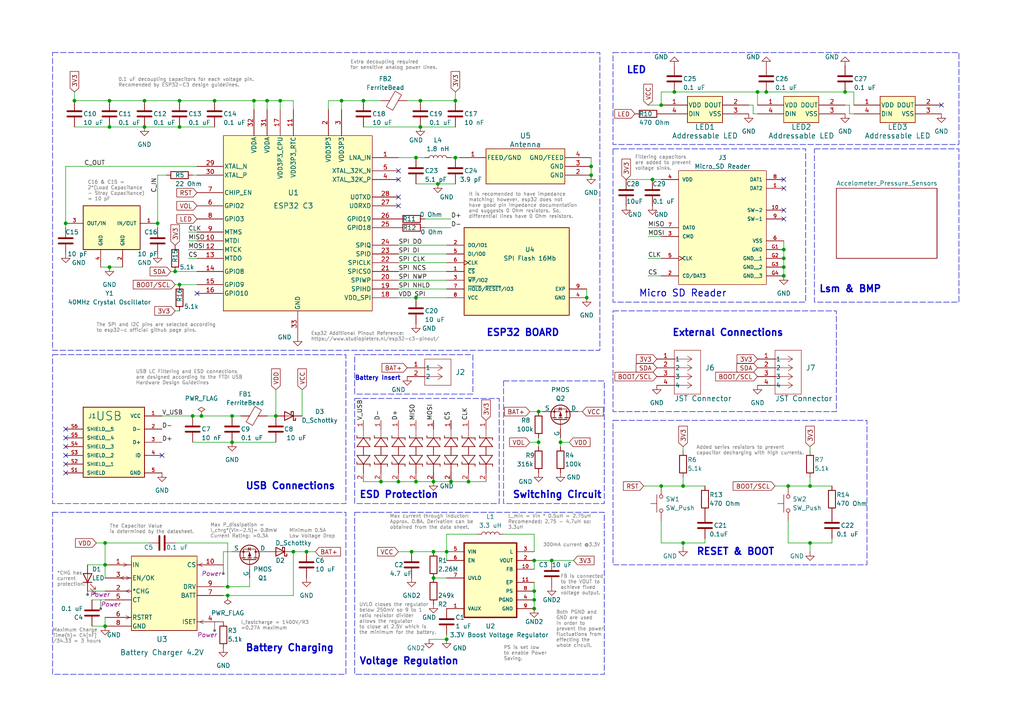
<source format=kicad_sch>
(kicad_sch (version 20230121) (generator eeschema)
  (paper "A4")
  (title_block (title "Custom Esp32 Board") (date "2023-12-10") (rev "v1") (company "Olin Rocketry - Ertug Umsur") (comment 1 "4.2V battery charging circuit and USB micro b connection.") (comment 2 "An Esp32 board with external 16Mb flash memory, 5V-12V to 3.3V buck/boost converter, "))
  (junction (at 228.6 140.97))
  (junction (at 171.45 50.8))
  (junction (at 125.73 167.64))
  (junction (at 219.71 26.67))
  (junction (at 67.31 128.27))
  (junction (at 191.77 140.97))
  (junction (at 135.89 139.7))
  (junction (at 129.54 160.02))
  (junction (at 67.31 120.65))
  (junction (at 105.41 29.21))
  (junction (at 30.48 163.83))
  (junction (at 227.33 77.47))
  (junction (at 88.9 160.02))
  (junction (at 66.04 170.18))
  (junction (at 81.28 29.21))
  (junction (at 132.08 29.21))
  (junction (at 234.95 157.48))
  (junction (at 154.94 173.99))
  (junction (at 132.08 45.72))
  (junction (at 30.48 157.48))
  (junction (at 156.21 128.27))
  (junction (at 120.65 139.7))
  (junction (at 121.92 29.21))
  (junction (at 31.75 77.47))
  (junction (at 55.88 120.65))
  (junction (at 66.04 172.72))
  (junction (at 234.95 140.97))
  (junction (at 198.12 140.97))
  (junction (at 227.33 80.01))
  (junction (at 125.73 139.7))
  (junction (at 245.11 26.67))
  (junction (at 62.23 29.21))
  (junction (at 41.91 36.83))
  (junction (at 31.75 29.21))
  (junction (at 127 53.34))
  (junction (at 58.42 120.65))
  (junction (at 222.25 26.67))
  (junction (at 115.57 139.7))
  (junction (at 156.21 119.38))
  (junction (at 52.07 36.83))
  (junction (at 19.05 64.77))
  (junction (at 154.94 176.53))
  (junction (at 110.49 139.7))
  (junction (at 162.56 128.27))
  (junction (at 30.48 181.61))
  (junction (at 191.77 30.48))
  (junction (at 80.01 120.65))
  (junction (at 21.59 29.21))
  (junction (at 50.8 78.74))
  (junction (at 227.33 72.39))
  (junction (at 52.07 82.55))
  (junction (at 41.91 29.21))
  (junction (at 120.65 45.72))
  (junction (at 45.72 64.77))
  (junction (at 170.18 86.36))
  (junction (at 31.75 36.83))
  (junction (at 120.65 86.36))
  (junction (at 189.23 52.07))
  (junction (at 171.45 48.26))
  (junction (at 129.54 185.42))
  (junction (at 99.06 29.21))
  (junction (at 85.09 160.02))
  (junction (at 125.73 160.02))
  (junction (at 130.81 139.7))
  (junction (at 119.38 160.02))
  (junction (at 160.02 162.56))
  (junction (at 195.58 26.67))
  (junction (at 52.07 29.21))
  (junction (at 198.12 157.48))
  (junction (at 154.94 171.45))
  (junction (at 154.94 162.56))
  (junction (at 77.47 29.21))
  (junction (at 121.92 36.83))
  (junction (at 73.66 29.21))
  (junction (at 227.33 74.93))
  (no_connect (at 115.57 57.15))
  (no_connect (at 19.05 137.16))
  (no_connect (at 19.05 129.54))
  (no_connect (at 19.05 134.62))
  (no_connect (at 227.33 52.07))
  (no_connect (at 115.57 52.07))
  (no_connect (at 19.05 127))
  (no_connect (at 19.05 132.08))
  (no_connect (at 227.33 60.96))
  (no_connect (at 57.15 85.09))
  (no_connect (at 46.99 132.08))
  (no_connect (at 115.57 49.53))
  (no_connect (at 227.33 63.5))
  (no_connect (at 115.57 59.69))
  (no_connect (at 19.05 124.46))
  (no_connect (at 273.05 30.48))
  (no_connect (at 227.33 54.61))
  (wire (pts (xy 217.17 30.48) (xy 218.44 30.48)))
  (wire (pts (xy 105.41 139.7) (xy 110.49 139.7)))
  (wire (pts (xy 77.47 29.21) (xy 81.28 29.21)))
  (wire (pts (xy 127 53.34) (xy 132.08 53.34)))
  (wire (pts (xy 195.58 26.67) (xy 219.71 26.67)))
  (wire (pts (xy 119.38 160.02) (xy 125.73 160.02)))
  (wire (pts (xy 245.11 26.67) (xy 247.65 26.67)))
  (wire (pts (xy 115.57 81.28) (xy 129.54 81.28)))
  (wire (pts (xy 58.42 120.65) (xy 67.31 120.65)))
  (wire (pts (xy 105.41 29.21) (xy 99.06 29.21)))
  (wire (pts (xy 120.65 86.36) (xy 129.54 86.36)))
  (wire (pts (xy 153.67 119.38) (xy 156.21 119.38)))
  (wire (pts (xy 218.44 33.02) (xy 219.71 33.02)))
  (wire (pts (xy 50.8 157.48) (xy 66.04 157.48)))
  (wire (pts (xy 49.53 78.74) (xy 50.8 78.74)))
  (wire (pts (xy 156.21 119.38) (xy 157.48 119.38)))
  (wire (pts (xy 198.12 157.48) (xy 191.77 157.48)))
  (wire (pts (xy 64.77 163.83) (xy 64.77 160.02)))
  (wire (pts (xy 115.57 160.02) (xy 119.38 160.02)))
  (wire (pts (xy 54.61 69.85) (xy 57.15 69.85)))
  (wire (pts (xy 129.54 154.94) (xy 138.43 154.94)))
  (wire (pts (xy 21.59 29.21) (xy 31.75 29.21)))
  (wire (pts (xy 95.25 31.75) (xy 95.25 29.21)))
  (wire (pts (xy 227.33 72.39) (xy 227.33 74.93)))
  (wire (pts (xy 130.81 45.72) (xy 132.08 45.72)))
  (wire (pts (xy 154.94 171.45) (xy 154.94 173.99)))
  (wire (pts (xy 66.04 172.72) (xy 85.09 172.72)))
  (wire (pts (xy 121.92 29.21) (xy 132.08 29.21)))
  (wire (pts (xy 67.31 128.27) (xy 80.01 128.27)))
  (wire (pts (xy 120.65 45.72) (xy 123.19 45.72)))
  (wire (pts (xy 162.56 127) (xy 162.56 128.27)))
  (wire (pts (xy 110.49 139.7) (xy 115.57 139.7)))
  (wire (pts (xy 187.96 80.01) (xy 191.77 80.01)))
  (wire (pts (xy 129.54 160.02) (xy 129.54 162.56)))
  (wire (pts (xy 118.11 29.21) (xy 121.92 29.21)))
  (wire (pts (xy 21.59 26.67) (xy 21.59 29.21)))
  (wire (pts (xy 130.81 139.7) (xy 135.89 139.7)))
  (wire (pts (xy 85.09 172.72) (xy 85.09 160.02)))
  (wire (pts (xy 62.23 29.21) (xy 73.66 29.21)))
  (wire (pts (xy 219.71 26.67) (xy 222.25 26.67)))
  (wire (pts (xy 46.99 120.65) (xy 55.88 120.65)))
  (wire (pts (xy 52.07 82.55) (xy 57.15 82.55)))
  (wire (pts (xy 241.3 157.48) (xy 234.95 157.48)))
  (wire (pts (xy 204.47 157.48) (xy 198.12 157.48)))
  (wire (pts (xy 85.09 31.75) (xy 85.09 29.21)))
  (wire (pts (xy 99.06 29.21) (xy 99.06 31.75)))
  (wire (pts (xy 27.94 157.48) (xy 30.48 157.48)))
  (wire (pts (xy 198.12 158.75) (xy 198.12 157.48)))
  (wire (pts (xy 67.31 120.65) (xy 69.85 120.65)))
  (wire (pts (xy 227.33 74.93) (xy 227.33 77.47)))
  (wire (pts (xy 25.4 171.45) (xy 30.48 171.45)))
  (wire (pts (xy 187.96 74.93) (xy 191.77 74.93)))
  (wire (pts (xy 191.77 30.48) (xy 191.77 26.67)))
  (wire (pts (xy 123.19 66.04) (xy 130.81 66.04)))
  (wire (pts (xy 19.05 48.26) (xy 19.05 64.77)))
  (wire (pts (xy 125.73 139.7) (xy 130.81 139.7)))
  (wire (pts (xy 162.56 128.27) (xy 162.56 129.54)))
  (wire (pts (xy 66.04 170.18) (xy 64.77 170.18)))
  (wire (pts (xy 19.05 64.77) (xy 19.05 66.04)))
  (wire (pts (xy 187.96 30.48) (xy 191.77 30.48)))
  (wire (pts (xy 30.48 157.48) (xy 43.18 157.48)))
  (wire (pts (xy 55.88 128.27) (xy 67.31 128.27)))
  (wire (pts (xy 115.57 73.66) (xy 129.54 73.66)))
  (wire (pts (xy 52.07 29.21) (xy 62.23 29.21)))
  (wire (pts (xy 125.73 160.02) (xy 129.54 160.02)))
  (wire (pts (xy 64.77 160.02) (xy 67.31 160.02)))
  (wire (pts (xy 52.07 36.83) (xy 62.23 36.83)))
  (wire (pts (xy 154.94 168.91) (xy 154.94 171.45)))
  (wire (pts (xy 186.69 140.97) (xy 191.77 140.97)))
  (wire (pts (xy 234.95 157.48) (xy 228.6 157.48)))
  (wire (pts (xy 26.67 181.61) (xy 30.48 181.61)))
  (wire (pts (xy 21.59 36.83) (xy 31.75 36.83)))
  (wire (pts (xy 105.41 36.83) (xy 121.92 36.83)))
  (wire (pts (xy 31.75 77.47) (xy 29.21 77.47)))
  (wire (pts (xy 121.92 36.83) (xy 132.08 36.83)))
  (wire (pts (xy 246.38 33.02) (xy 247.65 33.02)))
  (wire (pts (xy 228.6 140.97) (xy 234.95 140.97)))
  (wire (pts (xy 48.26 50.8) (xy 45.72 50.8)))
  (wire (pts (xy 45.72 64.77) (xy 45.72 66.04)))
  (wire (pts (xy 77.47 120.65) (xy 80.01 120.65)))
  (wire (pts (xy 30.48 179.07) (xy 30.48 181.61)))
  (wire (pts (xy 81.28 31.75) (xy 81.28 29.21)))
  (wire (pts (xy 77.47 31.75) (xy 77.47 29.21)))
  (wire (pts (xy 245.11 30.48) (xy 246.38 30.48)))
  (wire (pts (xy 120.65 53.34) (xy 127 53.34)))
  (wire (pts (xy 154.94 154.94) (xy 154.94 160.02)))
  (wire (pts (xy 234.95 140.97) (xy 241.3 140.97)))
  (wire (pts (xy 135.89 139.7) (xy 140.97 139.7)))
  (wire (pts (xy 125.73 167.64) (xy 129.54 167.64)))
  (wire (pts (xy 115.57 45.72) (xy 120.65 45.72)))
  (wire (pts (xy 224.79 140.97) (xy 228.6 140.97)))
  (wire (pts (xy 154.94 173.99) (xy 154.94 176.53)))
  (wire (pts (xy 115.57 86.36) (xy 120.65 86.36)))
  (wire (pts (xy 171.45 45.72) (xy 171.45 48.26)))
  (wire (pts (xy 31.75 36.83) (xy 41.91 36.83)))
  (wire (pts (xy 115.57 71.12) (xy 129.54 71.12)))
  (wire (pts (xy 156.21 128.27) (xy 156.21 129.54)))
  (wire (pts (xy 41.91 36.83) (xy 52.07 36.83)))
  (wire (pts (xy 120.65 139.7) (xy 125.73 139.7)))
  (wire (pts (xy 73.66 31.75) (xy 73.66 29.21)))
  (wire (pts (xy 218.44 30.48) (xy 218.44 33.02)))
  (wire (pts (xy 153.67 128.27) (xy 156.21 128.27)))
  (wire (pts (xy 234.95 129.54) (xy 234.95 130.81)))
  (wire (pts (xy 129.54 160.02) (xy 129.54 154.94)))
  (wire (pts (xy 129.54 185.42) (xy 129.54 184.15)))
  (wire (pts (xy 162.56 128.27) (xy 165.1 128.27)))
  (wire (pts (xy 81.28 29.21) (xy 85.09 29.21)))
  (wire (pts (xy 154.94 162.56) (xy 160.02 162.56)))
  (wire (pts (xy 50.8 82.55) (xy 52.07 82.55)))
  (wire (pts (xy 219.71 26.67) (xy 219.71 30.48)))
  (wire (pts (xy 30.48 163.83) (xy 30.48 167.64)))
  (wire (pts (xy 54.61 67.31) (xy 57.15 67.31)))
  (wire (pts (xy 146.05 154.94) (xy 154.94 154.94)))
  (wire (pts (xy 41.91 29.21) (xy 52.07 29.21)))
  (wire (pts (xy 187.96 68.58) (xy 191.77 68.58)))
  (wire (pts (xy 198.12 140.97) (xy 204.47 140.97)))
  (wire (pts (xy 241.3 156.21) (xy 241.3 157.48)))
  (wire (pts (xy 115.57 78.74) (xy 129.54 78.74)))
  (wire (pts (xy 55.88 120.65) (xy 58.42 120.65)))
  (wire (pts (xy 228.6 157.48) (xy 228.6 151.13)))
  (wire (pts (xy 181.61 52.07) (xy 189.23 52.07)))
  (wire (pts (xy 171.45 48.26) (xy 171.45 50.8)))
  (wire (pts (xy 30.48 157.48) (xy 30.48 163.83)))
  (wire (pts (xy 124.46 185.42) (xy 129.54 185.42)))
  (wire (pts (xy 191.77 151.13) (xy 191.77 157.48)))
  (wire (pts (xy 167.64 119.38) (xy 168.91 119.38)))
  (wire (pts (xy 64.77 172.72) (xy 66.04 172.72)))
  (wire (pts (xy 54.61 74.93) (xy 57.15 74.93)))
  (wire (pts (xy 55.88 50.8) (xy 57.15 50.8)))
  (wire (pts (xy 72.39 167.64) (xy 72.39 170.18)))
  (wire (pts (xy 198.12 138.43) (xy 198.12 140.97)))
  (wire (pts (xy 191.77 140.97) (xy 198.12 140.97)))
  (wire (pts (xy 66.04 157.48) (xy 66.04 170.18)))
  (wire (pts (xy 54.61 72.39) (xy 57.15 72.39)))
  (wire (pts (xy 222.25 26.67) (xy 245.11 26.67)))
  (wire (pts (xy 170.18 83.82) (xy 170.18 86.36)))
  (wire (pts (xy 198.12 129.54) (xy 198.12 130.81)))
  (wire (pts (xy 123.19 63.5) (xy 130.81 63.5)))
  (wire (pts (xy 246.38 30.48) (xy 246.38 33.02)))
  (wire (pts (xy 115.57 139.7) (xy 120.65 139.7)))
  (wire (pts (xy 35.56 77.47) (xy 31.75 77.47)))
  (wire (pts (xy 50.8 90.17) (xy 52.07 90.17)))
  (wire (pts (xy 57.15 48.26) (xy 19.05 48.26)))
  (wire (pts (xy 154.94 162.56) (xy 154.94 165.1)))
  (wire (pts (xy 105.41 29.21) (xy 110.49 29.21)))
  (wire (pts (xy 204.47 156.21) (xy 204.47 157.48)))
  (wire (pts (xy 25.4 163.83) (xy 30.48 163.83)))
  (wire (pts (xy 31.75 29.21) (xy 41.91 29.21)))
  (wire (pts (xy 26.67 173.99) (xy 30.48 173.99)))
  (wire (pts (xy 50.8 78.74) (xy 57.15 78.74)))
  (wire (pts (xy 160.02 162.56) (xy 166.37 162.56)))
  (wire (pts (xy 234.95 138.43) (xy 234.95 140.97)))
  (wire (pts (xy 45.72 50.8) (xy 45.72 64.77)))
  (wire (pts (xy 115.57 76.2) (xy 129.54 76.2)))
  (wire (pts (xy 80.01 113.03) (xy 80.01 120.65)))
  (wire (pts (xy 191.77 26.67) (xy 195.58 26.67)))
  (wire (pts (xy 88.9 160.02) (xy 91.44 160.02)))
  (wire (pts (xy 247.65 26.67) (xy 247.65 30.48)))
  (wire (pts (xy 95.25 29.21) (xy 99.06 29.21)))
  (wire (pts (xy 73.66 29.21) (xy 77.47 29.21)))
  (wire (pts (xy 85.09 160.02) (xy 88.9 160.02)))
  (wire (pts (xy 187.96 66.04) (xy 191.77 66.04)))
  (wire (pts (xy 227.33 77.47) (xy 227.33 80.01)))
  (wire (pts (xy 115.57 83.82) (xy 129.54 83.82)))
  (wire (pts (xy 87.63 113.03) (xy 87.63 120.65)))
  (wire (pts (xy 156.21 127) (xy 156.21 128.27)))
  (wire (pts (xy 132.08 26.67) (xy 132.08 29.21)))
  (wire (pts (xy 227.33 69.85) (xy 227.33 72.39)))
  (wire (pts (xy 234.95 160.02) (xy 234.95 157.48)))
  (wire (pts (xy 72.39 170.18) (xy 66.04 170.18)))
  (wire (pts (xy 189.23 52.07) (xy 191.77 52.07)))
  (wire (pts (xy 133.35 45.72) (xy 132.08 45.72)))
  (rectangle (start 236.22 43.18) (end 278.13 87.63) (stroke (width 0) (type dash)))
  (rectangle (start 15.24 148.59) (end 100.33 195.58) (stroke (width 0) (type dash)))
  (rectangle (start 102.87 115.57) (end 144.78 146.05) (stroke (width 0) (type dash)))
  (rectangle (start 177.8 15.24) (end 278.13 41.91) (stroke (width 0) (type dash)))
  (rectangle (start 15.24 15.24) (end 173.99 101.6) (stroke (width 0) (type dash)))
  (rectangle (start 102.87 148.59) (end 175.26 195.58) (stroke (width 0) (type dash)))
  (rectangle (start 146.05 110.49) (end 175.26 146.05) (stroke (width 0) (type dash)))
  (rectangle (start 177.8 43.18) (end 233.68 87.63) (stroke (width 0) (type dash)))
  (rectangle (start 102.87 102.87) (end 137.16 114.3) (stroke (width 0) (type dash)))
  (rectangle (start 177.8 121.92) (end 251.46 163.83) (stroke (width 0) (type dash)))
  (rectangle (start 177.8 90.17) (end 242.57 119.38) (stroke (width 0) (type dash)))
  (rectangle (start 15.24 102.87) (end 100.33 146.05) (stroke (width 0) (type dash)))
  (text "USB LC Filtering and ESD connections\nare designed according to the FTDI USB \nHardware Design Guidelines" (at 39.37 111.76 0) (effects (font (size 1 1)) (justify left bottom)))
  (text "Battery Charging" (at 71.12 189.23 0) (effects (font (size 2 2) (thickness 0.4) bold) (justify left bottom)))
  (text "FB is connected\nto the VOUT to \nachieve fixed \nvoltage output." (at 162.56 172.72 0) (effects (font (size 1 1)) (justify left bottom)))
  (text "Voltage Regulation" (at 104.14 193.04 0) (effects (font (size 2 2) bold) (justify left bottom)))
  (text "ESP32 BOARD" (at 140.97 97.79 0) (effects (font (size 2 2) bold) (justify left bottom)))
  (text "ESD Protection" (at 104.14 144.78 0) (effects (font (size 2 2) bold) (justify left bottom)))
  (text "Extra decoupling required \nfor sensitive analog power lines." (at 101.6 20.32 0) (effects (font (size 1 1)) (justify left bottom)))
  (text "Max P_dissipation =\nI_chrg*(Vin-2.5)= 0.8mW\nCurrent Rating: >0.3A" (at 60.96 156.21 0) (effects (font (size 1 1)) (justify left bottom)))
  (text "The SPI and I2C pins are selected according\nto esp32-c official github page pins." (at 27.94 96.52 0) (effects (font (size 1 1)) (justify left bottom)))
  (text "Minimum 0.5A\nLow Voltage Drop" (at 83.82 156.21 0) (effects (font (size 1 1)) (justify left bottom)))
  (text "Lsm & BMP" (at 237.49 85.09 0) (effects (font (size 2 2) (thickness 0.4) bold) (justify left bottom)))
  (text "The Capacitor Value \nis determined by the datasheet." (at 31.75 154.94 0) (effects (font (size 1 1)) (justify left bottom)))
  (text "L_min = Vin * 0.5uH = 2.75uH\nRecomended: 2.75 - 4.7uH so:\n3.3uH" (at 147.32 153.67 0) (effects (font (size 1 1)) (justify left bottom)))
  (text "300mA current @3.3V" (at 157.48 158.75 0) (effects (font (size 1 1)) (justify left bottom)))
  (text "UVLO closes the regulator\nbelow 250mV so 9 to 1 \nratio resistor divider \nallows the regulator\nto close at 2.5V which is\nthe minimum for the battery." (at 104.14 184.15 0) (effects (font (size 1 1)) (justify left bottom)))
  (text "Filtering capacitors\nare added to prevent\nvoltage sinks." (at 184.15 49.53 0) (effects (font (size 1 1)) (justify left bottom)))
  (text "Micro SD Reader" (at 210.82 86.36 0) (effects (font (size 2 2) (thickness 0.254) bold) (justify right bottom)))
  (text "I_fastcharge = 1400V/R3\n=0.27A maximum" (at 69.85 182.88 0) (effects (font (size 1 1)) (justify left bottom)))
  (text "Esp32 Additional Pinout Reference:\nhttps://www.studiopieters.nl/esp32-c3-pinout/" (at 90.17 99.06 0) (effects (font (size 1 1)) (justify left bottom)))
  (text "LED" (at 181.61 21.59 0) (effects (font (size 2 2) (thickness 0.4) bold) (justify left bottom)))
  (text "It is recomended to have impedance\nmatching; however, esp32 does not\nhave good pin impedance documentation\nand suggests 0 Ohm resistors. So,\ndifferential lines have 0 Ohm resistors." (at 135.89 63.5 0) (effects (font (size 1 1)) (justify left bottom)))
  (text "Both PGND and \nGND are used \nin order to\nprevent the power\nfluctuations from\neffecting the \nwhole circuit." (at 161.29 187.96 0) (effects (font (size 1 1)) (justify left bottom)))
  (text "RESET & BOOT\n" (at 201.93 161.29 0) (effects (font (size 2 2) bold) (justify left bottom)))
  (text "*CHG has\ncurrent \nprotection." (at 16.51 170.18 0) (effects (font (size 1 1)) (justify left bottom)))
  (text "PS is set low \nto enable Power\nSaving." (at 146.05 191.77 0) (effects (font (size 1 1)) (justify left bottom)))
  (text "External Connections" (at 227.33 97.79 0) (effects (font (size 2 2) bold) (justify right bottom)))
  (text "Max current through inductor: \nApprox. 0.8A. Derivation can be \nobtained from the data sheet." (at 113.03 153.67 0) (effects (font (size 1 1)) (justify left bottom)))
  (text "Battery Insert" (at 102.87 110.49 0) (effects (font (size 1.27 1.27) bold) (justify left bottom)))
  (text "0.1 uF decoupling capacitors for each voltage pin.\nRecomended by ESP32-C3 design guidelines." (at 34.29 25.4 0) (effects (font (size 1 1)) (justify left bottom)))
  (text "USB Connections" (at 71.12 142.24 0) (effects (font (size 2 2) (thickness 0.4) bold) (justify left bottom)))
  (text "C16 & C15 =\n2*(Load Capacitance \n- Stray Capacitance)\n= 10 pF" (at 25.4 58.42 0) (effects (font (size 1 1)) (justify left bottom)))
  (text "Maximum Charge \nTime(h)= C4[nF]\n/34.33 = 3 hours\n" (at 15.24 186.69 0) (effects (font (size 1 1)) (justify left bottom)))
  (text "Switching Circuit" (at 148.59 144.78 0) (effects (font (size 2 2) bold) (justify left bottom)))
  (text "Added series resistors to prevent\ncapacitor decharging with high currents." (at 201.93 132.08 0) (effects (font (size 1 1)) (justify left bottom)))
  (label "C_OUT" (at 30.48 48.26 180))
  (label "D-" (at 110.49 121.92 90))
  (label "SPI DI" (at 115.57 73.66 0))
  (label "D-" (at 130.81 66.04 0))
  (label "VDD SPI" (at 115.57 86.36 0))
  (label "MOSI" (at 187.96 68.58 0))
  (label "SPI NHLD" (at 115.57 83.82 0))
  (label "SPI NWP" (at 115.57 81.28 0))
  (label "SPI CLK" (at 115.57 76.2 0))
  (label "SPI NCS" (at 115.57 78.74 0))
  (label "CLK" (at 54.61 67.31 0))
  (label "CLK" (at 135.89 121.92 90))
  (label "MISO" (at 120.65 121.92 90))
  (label "CS" (at 187.96 80.01 0))
  (label "MOSI" (at 125.73 121.92 90))
  (label "D+" (at 115.57 121.92 90))
  (label "C_IN" (at 45.72 55.88 90))
  (label "D+" (at 130.81 63.5 0))
  (label "D+" (at 46.99 128.27 0))
  (label "V_USB" (at 105.41 121.92 90))
  (label "CS" (at 130.81 121.92 90))
  (label "CS" (at 54.61 74.93 0))
  (label "V_USB" (at 46.99 120.65 0))
  (label "MOSI" (at 54.61 72.39 0))
  (label "CLK" (at 187.96 74.93 0))
  (label "MISO" (at 54.61 69.85 0))
  (label "MISO" (at 187.96 66.04 0))
  (label "D-" (at 46.99 124.46 0))
  (label "SPI DO" (at 115.57 71.12 0))
  (global_label "VCC" (shape input) (at 87.63 113.03 90) (property "Intersheetrefs" "${INTERSHEET_REFS}" (effects hide)))
  (global_label "VCC" (shape input) (at 168.91 119.38 0) (property "Intersheetrefs" "${INTERSHEET_REFS}" (effects hide)))
  (global_label "SDA" (shape input) (at 49.53 78.74 180) (property "Intersheetrefs" "${INTERSHEET_REFS}" (effects hide)))
  (global_label "VDD" (shape input) (at 27.94 157.48 180) (property "Intersheetrefs" "${INTERSHEET_REFS}" (effects hide)))
  (global_label "SDA" (shape input) (at 190.5 106.68 180) (property "Intersheetrefs" "${INTERSHEET_REFS}" (effects hide)))
  (global_label "BOOT{slash}SCL" (shape input) (at 50.8 82.55 180) (property "Intersheetrefs" "${INTERSHEET_REFS}" (effects hide)))
  (global_label "BOOT{slash}SCL" (shape input) (at 224.79 140.97 180) (property "Intersheetrefs" "${INTERSHEET_REFS}" (effects hide)))
  (global_label "LED" (shape input) (at 184.15 33.02 180) (property "Intersheetrefs" "${INTERSHEET_REFS}" (effects hide)))
  (global_label "VOL" (shape input) (at 153.67 128.27 180) (property "Intersheetrefs" "${INTERSHEET_REFS}" (effects hide)))
  (global_label "VDD" (shape input) (at 80.01 113.03 90) (property "Intersheetrefs" "${INTERSHEET_REFS}" (effects hide)))
  (global_label "3V3" (shape input) (at 50.8 90.17 180) (property "Intersheetrefs" "${INTERSHEET_REFS}" (effects hide)))
  (global_label "BOOT{slash}SCL" (shape input) (at 190.5 109.22 180) (property "Intersheetrefs" "${INTERSHEET_REFS}" (effects hide)))
  (global_label "RST" (shape input) (at 186.69 140.97 180) (property "Intersheetrefs" "${INTERSHEET_REFS}" (effects hide)))
  (global_label "3V3" (shape input) (at 190.5 104.14 180) (property "Intersheetrefs" "${INTERSHEET_REFS}" (effects hide)))
  (global_label "3V3" (shape input) (at 234.95 129.54 90) (property "Intersheetrefs" "${INTERSHEET_REFS}" (effects hide)))
  (global_label "BAT+" (shape input) (at 118.11 106.68 180) (property "Intersheetrefs" "${INTERSHEET_REFS}" (effects hide)))
  (global_label "BOOT{slash}SCL" (shape input) (at 219.71 109.22 180) (property "Intersheetrefs" "${INTERSHEET_REFS}" (effects hide)))
  (global_label "3V3" (shape input) (at 166.37 162.56 0) (property "Intersheetrefs" "${INTERSHEET_REFS}" (effects hide)))
  (global_label "3V3" (shape input) (at 198.12 129.54 90) (property "Intersheetrefs" "${INTERSHEET_REFS}" (effects hide)))
  (global_label "BAT+" (shape input) (at 153.67 119.38 180) (property "Intersheetrefs" "${INTERSHEET_REFS}" (effects hide)))
  (global_label "3V3" (shape input) (at 50.8 71.12 90) (property "Intersheetrefs" "${INTERSHEET_REFS}" (effects hide)))
  (global_label "3V3" (shape input) (at 140.97 121.92 90) (property "Intersheetrefs" "${INTERSHEET_REFS}" (effects hide)))
  (global_label "3V3" (shape input) (at 219.71 104.14 180) (property "Intersheetrefs" "${INTERSHEET_REFS}" (effects hide)))
  (global_label "VCC" (shape input) (at 187.96 30.48 90) (property "Intersheetrefs" "${INTERSHEET_REFS}" (effects hide)))
  (global_label "3V3" (shape input) (at 21.59 26.67 90) (property "Intersheetrefs" "${INTERSHEET_REFS}" (effects hide)))
  (global_label "VCC" (shape input) (at 115.57 160.02 180) (property "Intersheetrefs" "${INTERSHEET_REFS}" (effects hide)))
  (global_label "3V3" (shape input) (at 132.08 26.67 90) (property "Intersheetrefs" "${INTERSHEET_REFS}" (effects hide)))
  (global_label "RST" (shape input) (at 57.15 55.88 180) (property "Intersheetrefs" "${INTERSHEET_REFS}" (effects hide)))
  (global_label "LED" (shape input) (at 57.15 63.5 180) (property "Intersheetrefs" "${INTERSHEET_REFS}" (effects hide)))
  (global_label "BAT+" (shape input) (at 91.44 160.02 0) (property "Intersheetrefs" "${INTERSHEET_REFS}" (effects hide)))
  (global_label "VOL" (shape input) (at 57.15 59.69 180) (property "Intersheetrefs" "${INTERSHEET_REFS}" (effects hide)))
  (global_label "3V3" (shape input) (at 181.61 52.07 90) (property "Intersheetrefs" "${INTERSHEET_REFS}" (effects hide)))
  (global_label "VDD" (shape input) (at 165.1 128.27 0) (property "Intersheetrefs" "${INTERSHEET_REFS}" (effects hide)))
  (global_label "SDA" (shape input) (at 219.71 106.68 180) (property "Intersheetrefs" "${INTERSHEET_REFS}" (effects hide)))
  (netclass_flag "" (length 2.54) (shape dot) (at 29.21 173.99 180) (property "Netclass" "Power" (at 29.21 175.26 0) (effects (font italic) (justify left))))
  (netclass_flag "" (length 1) (shape dot) (at 25.4 171.45 180) (property "Netclass" "Power" (at 26.0985 172.45 0) (effects (font italic) (justify left))))
  (netclass_flag "" (length 2.54) (shape dot) (at 62.23 180.34 180) (property "Netclass" "Power" (at 57.15 184.15 0) (effects (font italic) (justify left))))
  (netclass_flag "" (length 2.54) (shape dot) (at 64.77 163.83 180) (property "Netclass" "Power" (at 58.42 166.37 0) (effects (font italic) (justify left))))
  (symbol (lib_id "Device:C") (at 204.47 152.4 0) (unit 1)
    (property "Reference" "C21" (at 207.01 152.4 0) (effects (justify left)))
    (property "Value" "0.1uF" (at 205.74 154.94 0) (effects (justify left)))
    (property "Footprint" "Capacitor_SMD:C_0603_1608Metric_Pad1.08x0.95mm_HandSolder" (effects hide))
  )
  (symbol (lib_id "Device:L") (at 127 45.72 90) (unit 1)
    (property "Reference" "L4" (at 127 40.64 90))
    (property "Value" "1.8 nH" (at 127 43.18 90))
    (property "Footprint" "Inductor_SMD:L_0402_1005Metric_Pad0.77x0.64mm_HandSolder" (effects hide))
  )
  (symbol (lib_id "power:GND") (at 170.18 86.36 0) (unit 1)
    (property "Reference" "#PWR018" (effects hide))
    (property "Value" "GND" (at 170.18 91.44 0))
  )
  (symbol (lib_id "power:GND") (at 67.31 128.27 0) (unit 1)
    (property "Reference" "#PWR011" (effects hide))
    (property "Value" "GND" (at 67.31 133.35 0))
  )
  (symbol (lib_id "ESP_32_Symbol_Library:JST Connector") (at 219.71 104.14 0) (unit 1)
    (property "Reference" "J7" (at 233.68 106.68 0) (effects (font (size 1.524 1.524)) (justify left)))
    (property "Value" "JST Connector" (at 224.79 115.57 0) (effects (font (size 1.524 1.524)) (justify left)))
    (property "Footprint" "Connector_JST:JST_XH_B4B-XH-A_1x04_P2.50mm_Vertical" (effects hide))
    (property "Datasheet" "B4B-ZRLFSN" (effects hide))
  )
  (symbol (lib_id "ESP_32_Symbol_Library:ESD Protection") (at 115.57 139.7 90) (unit 1)
    (property "Reference" "CR3" (effects hide))
    (property "Value" "ESD Protection" (effects hide))
    (property "Footprint" "Esp32_Library:CR_SP3022_LTF" (effects hide))
    (property "Datasheet" "SP3022-01ETG" (effects hide))
  )
  (symbol (lib_id "power:GND") (at 125.73 175.26 0) (unit 1)
    (property "Reference" "#PWR03" (effects hide))
    (property "Value" "GND" (at 124.46 179.07 0))
  )
  (symbol (lib_id "Device:R") (at 162.56 133.35 0) (unit 1)
    (property "Reference" "R4" (at 163.83 132.08 0) (effects (justify left)))
    (property "Value" "100k" (at 163.83 134.62 0) (effects (justify left)))
    (property "Footprint" "Resistor_SMD:R_0603_1608Metric_Pad0.98x0.95mm_HandSolder" (effects hide))
  )
  (symbol (lib_id "ESP_32_Symbol_Library:ESP32 C3") (at 46.99 45.72 0) (unit 1)
    (property "Reference" "U1" (at 85.09 55.88 0) (effects (font (size 1.524 1.524))))
    (property "Value" "ESP32 C3" (at 85.09 59.69 0) (effects (font (size 1.524 1.524))))
    (property "Footprint" "Esp32_Library:QFN32_5X5_EXP" (effects hide))
    (property "Datasheet" "ESP32-C3" (effects hide))
  )
  (symbol (lib_id "power:GND") (at 181.61 59.69 0) (unit 1)
    (property "Reference" "#PWR036" (effects hide))
    (property "Value" "GND" (at 184.15 62.23 0))
  )
  (symbol (lib_id "Device:R") (at 125.73 171.45 0) (unit 1)
    (property "Reference" "R2" (at 127 175.26 0) (effects (justify left)))
    (property "Value" "249k" (at 127 172.72 0) (effects (justify left)))
    (property "Footprint" "Resistor_SMD:R_0603_1608Metric_Pad0.98x0.95mm_HandSolder" (effects hide))
  )
  (symbol (lib_id "Device:C") (at 160.02 166.37 0) (unit 1)
    (property "Reference" "C3" (at 156.21 163.83 0) (effects (justify left)))
    (property "Value" "10 uF" (at 160.02 163.83 0) (effects (justify left)))
    (property "Footprint" "Capacitor_SMD:C_0603_1608Metric_Pad1.08x0.95mm_HandSolder" (effects hide))
  )
  (symbol (lib_id "ESP_32_Symbol_Library:Micro_SD Reader") (at 209.55 62.23 0) (unit 1)
    (property "Reference" "J3" (at 209.55 45.72 0))
    (property "Value" "Micro_SD Reader" (at 209.55 48.26 0))
    (property "Footprint" "Esp32_Library:MicroSD Reader" (effects hide))
    (property "PARTREV" "B2" (effects hide))
    (property "STANDARD" "Manufacturer Recommendations" (effects hide))
    (property "MAXIMUM_PACKAGE_HEIGHT" "1.57mm" (effects hide))
    (property "MANUFACTURER" "Molex" (effects hide))
  )
  (symbol (lib_id "Device:C") (at 132.08 49.53 0) (unit 1)
    (property "Reference" "C24" (at 134.62 49.53 0) (effects (justify left)))
    (property "Value" "3.9 pF" (at 133.35 52.07 0) (effects (justify left)))
    (property "Footprint" "Capacitor_SMD:C_0603_1608Metric_Pad1.08x0.95mm_HandSolder" (effects hide))
  )
  (symbol (lib_id "Simulation_SPICE:PMOS") (at 162.56 121.92 270) (mirror x) (unit 1)
    (property "Reference" "Q2" (at 162.56 115.57 90))
    (property "Value" "PMOS" (at 162.56 113.03 90))
    (property "Footprint" "Package_TO_SOT_SMD:SOT-323_SC-70_Handsoldering" (effects hide))
    (property "Datasheet" "https://ngspice.sourceforge.io/docs/ngspice-manual.pdf" (effects hide))
    (property "Sim.Device" "PMOS" (effects hide))
    (property "Sim.Type" "VDMOS" (effects hide))
    (property "Sim.Pins" "1=D 2=G 3=S" (effects hide))
  )
  (symbol (lib_id "Device:FerriteBead") (at 114.3 29.21 90) (unit 1)
    (property "Reference" "FB2" (at 111.76 22.86 90))
    (property "Value" "FerriteBead" (at 111.76 25.4 90))
    (property "Footprint" "Inductor_SMD:L_0201_0603Metric_Pad0.64x0.40mm_HandSolder" (effects hide))
  )
  (symbol (lib_id "power:GND") (at 245.11 19.05 180) (unit 1)
    (property "Reference" "#PWR035" (effects hide))
    (property "Value" "GND" (at 241.3 16.51 0))
  )
  (symbol (lib_id "Device:FerriteBead") (at 73.66 120.65 90) (unit 1)
    (property "Reference" "FB1" (at 71.12 114.3 90))
    (property "Value" "FerriteBead" (at 71.12 116.84 90))
    (property "Footprint" "Inductor_SMD:L_0201_0603Metric_Pad0.64x0.40mm_HandSolder" (effects hide))
  )
  (symbol (lib_id "ESP_32_Symbol_Library:Addressable LED") (at 232.41 30.48 0) (unit 1)
    (property "Reference" "LED3" (at 260.35 36.83 0) (effects (font (size 1.524 1.524))))
    (property "Value" "Addressable LED" (at 260.35 39.37 0) (effects (font (size 1.524 1.524))))
    (property "Footprint" "Esp32_Library:Addressable LED" (effects hide))
    (property "Datasheet" "IN-PI55TATPRPGPB" (effects hide))
  )
  (symbol (lib_id "power:GND") (at 273.05 33.02 0) (unit 1)
    (property "Reference" "#PWR032" (effects hide))
    (property "Value" "GND" (at 273.05 38.1 0))
  )
  (symbol (lib_id "ESP_32_Symbol_Library:ESD Protection") (at 120.65 139.7 90) (unit 1)
    (property "Reference" "CR4" (effects hide))
    (property "Value" "ESD Protection" (effects hide))
    (property "Footprint" "Esp32_Library:CR_SP3022_LTF" (effects hide))
    (property "Datasheet" "SP3022-01ETG" (effects hide))
  )
  (symbol (lib_id "Simulation_SPICE:PMOS") (at 72.39 162.56 270) (mirror x) (unit 1)
    (property "Reference" "Q1" (at 76.2 167.64 90))
    (property "Value" "PMOS" (at 76.2 165.1 90))
    (property "Footprint" "Package_TO_SOT_SMD:SOT-23-3" (effects hide))
    (property "Datasheet" "https://ngspice.sourceforge.io/docs/ngspice-manual.pdf" (effects hide))
    (property "Sim.Device" "PMOS" (effects hide))
    (property "Sim.Type" "VDMOS" (effects hide))
    (property "Sim.Pins" "1=D 2=G 3=S" (effects hide))
  )
  (symbol (lib_id "Device:C") (at 55.88 124.46 0) (unit 1)
    (property "Reference" "C7" (at 58.42 124.46 0) (effects (justify left)))
    (property "Value" "10 nF" (at 58.42 127 0) (effects (justify left)))
    (property "Footprint" "Capacitor_SMD:C_0603_1608Metric_Pad1.08x0.95mm_HandSolder" (effects hide))
  )
  (symbol (lib_id "power:GND") (at 190.5 111.76 0) (unit 1)
    (property "Reference" "#PWR027" (effects hide))
    (property "Value" "GND" (at 190.5 116.84 0))
  )
  (symbol (lib_id "ESP_32_Symbol_Library:ESD Protection") (at 135.89 139.7 90) (unit 1)
    (property "Reference" "CR7" (effects hide))
    (property "Value" "ESD Protection" (effects hide))
    (property "Footprint" "Esp32_Library:CR_SP3022_LTF" (effects hide))
    (property "Datasheet" "SP3022-01ETG" (effects hide))
  )
  (symbol (lib_id "ESP_32_Symbol_Library:ESD Protection") (at 110.49 139.7 90) (unit 1)
    (property "Reference" "CR2" (effects hide))
    (property "Value" "ESD Protection" (effects hide))
    (property "Footprint" "Esp32_Library:CR_SP3022_LTF" (effects hide))
    (property "Datasheet" "SP3022-01ETG" (effects hide))
  )
  (symbol (lib_id "Device:L") (at 142.24 154.94 90) (unit 1)
    (property "Reference" "L1" (at 142.24 149.86 90))
    (property "Value" "3.3 uH" (at 142.24 152.4 90))
    (property "Footprint" "Inductor_SMD:L_0805_2012Metric_Pad1.05x1.20mm_HandSolder" (effects hide))
  )
  (symbol (lib_id "power:GND") (at 45.72 73.66 0) (mirror y) (unit 1)
    (property "Reference" "#PWR015" (effects hide))
    (property "Value" "GND" (at 41.91 76.2 0))
  )
  (symbol (lib_id "ESP_32_Symbol_Library:Battery Charger 4.2V") (at -1.27 167.64 0) (unit 1)
    (property "Reference" "U3" (at 46.99 185.42 0) (effects (font (size 1.524 1.524))))
    (property "Value" "Battery Charger 4.2V" (at 46.99 189.23 0) (effects (font (size 1.524 1.524))))
    (property "Footprint" "Esp32_Library:21-0061L_MXM" (effects hide))
    (property "Datasheet" "max1898eub42+T" (effects hide))
  )
  (symbol (lib_id "Device:C") (at 46.99 157.48 90) (unit 1)
    (property "Reference" "C5" (at 44.45 158.75 90) (effects (justify left)))
    (property "Value" "0.1 uF" (at 54.61 158.75 90) (effects (justify left)))
    (property "Footprint" "Capacitor_SMD:C_0603_1608Metric_Pad1.08x0.95mm_HandSolder" (effects hide))
  )
  (symbol (lib_id "Device:C") (at 45.72 69.85 0) (mirror y) (unit 1)
    (property "Reference" "C16" (at 45.72 67.31 0) (effects (justify left)))
    (property "Value" "10 pF" (at 45.72 73.66 0) (effects (justify left)))
    (property "Footprint" "Capacitor_SMD:C_0603_1608Metric_Pad1.08x0.95mm_HandSolder" (effects hide))
  )
  (symbol (lib_id "power:GND") (at 234.95 160.02 0) (unit 1)
    (property "Reference" "#PWR022" (effects hide))
    (property "Value" "GND" (at 231.14 161.29 0))
  )
  (symbol (lib_id "power:GND") (at 129.54 185.42 0) (unit 1)
    (property "Reference" "#PWR02" (effects hide))
    (property "Value" "GND" (at 133.35 187.96 0))
  )
  (symbol (lib_id "ESP_32_Symbol_Library:Micro_USB_B 5 Pin") (at 53.34 127 0) (mirror y) (unit 1)
    (property "Reference" "J1" (at 27.94 120.65 0) (effects (justify left)))
    (property "Value" "USB" (at 35.56 120.65 0) (effects (font (size 2.5 2.5)) (justify left)))
    (property "Footprint" "Esp32_Library:AMPHENOL_10118192-0002LF" (effects hide))
    (property "PARTREV" "B" (effects hide))
    (property "MANUFACTURER" "Amphenol" (effects hide))
    (property "MAXIMUM_PACKAGE_HEIGHT" "2.8mm" (effects hide))
    (property "STANDARD" "Manufacturer Recommendations" (effects hide))
  )
  (symbol (lib_id "Device:C") (at 245.11 22.86 0) (unit 1)
    (property "Reference" "C27" (at 247.65 22.86 0) (effects (justify left)))
    (property "Value" "0.1 uF" (at 247.65 25.4 0) (effects (justify left)))
    (property "Footprint" "Capacitor_SMD:C_0603_1608Metric_Pad1.08x0.95mm_HandSolder" (effects hide))
  )
  (symbol (lib_id "power:GND") (at 30.48 181.61 0) (unit 1)
    (property "Reference" "#PWR06" (effects hide))
    (property "Value" "GND" (at 33.02 184.15 0))
  )
  (symbol (lib_id "power:GND") (at 86.36 97.79 0) (unit 1)
    (property "Reference" "#PWR019" (effects hide))
    (property "Value" "GND" (at 82.55 97.79 0))
  )
  (symbol (lib_id "power:GND") (at 195.58 19.05 180) (unit 1)
    (property "Reference" "#PWR033" (effects hide))
    (property "Value" "GND" (at 191.77 16.51 0))
  )
  (symbol (lib_id "Device:R") (at 119.38 66.04 270) (unit 1)
    (property "Reference" "R12" (at 116.84 66.04 90) (effects (justify left)))
    (property "Value" "0 Ohm" (at 121.92 67.31 90) (effects (justify left)))
    (property "Footprint" "Resistor_SMD:R_0603_1608Metric_Pad0.98x0.95mm_HandSolder" (effects hide))
  )
  (symbol (lib_id "ESP_32_Symbol_Library:3.3V Boost Voltage Regulator") (at 137.16 175.26 0) (unit 1)
    (property "Reference" "U2" (at 142.24 181.61 0))
    (property "Value" "3.3V Boost Voltage Regulator" (at 144.78 184.15 0))
    (property "Footprint" "Esp32_Library:VREG_V62_16624-01YE" (effects hide))
  )
  (symbol (lib_id "Device:R") (at 52.07 86.36 0) (unit 1)
    (property "Reference" "R16" (at 52.07 87.63 90) (effects (justify left)))
    (property "Value" "5.1k" (at 53.34 88.9 0) (effects (justify left)))
    (property "Footprint" "Resistor_SMD:R_0603_1608Metric_Pad0.98x0.95mm_HandSolder" (effects hide))
  )
  (symbol (lib_id "power:PWR_FLAG") (at 66.04 172.72 180) (unit 1)
    (property "Reference" "#FLG05" (effects hide))
    (property "Value" "PWR_FLAG" (at 66.04 177.8 0))
  )
  (symbol (lib_id "power:GND") (at 219.71 111.76 0) (unit 1)
    (property "Reference" "#PWR028" (effects hide))
    (property "Value" "GND" (at 219.71 116.84 0))
  )
  (symbol (lib_id "Device:C") (at 189.23 55.88 0) (unit 1)
    (property "Reference" "C29" (at 189.23 53.34 0) (effects (justify left)))
    (property "Value" "0.1 uF" (at 189.23 58.42 0) (effects (justify left)))
    (property "Footprint" "Capacitor_SMD:C_0603_1608Metric_Pad1.08x0.95mm_HandSolder" (effects hide))
  )
  (symbol (lib_name "Addressable LED_1") (lib_id "ESP_32_Symbol_Library:Addressable LED") (at 176.53 30.48 0) (unit 1)
    (property "Reference" "LED1" (at 204.47 36.83 0) (effects (font (size 1.524 1.524))))
    (property "Value" "Addressable LED" (at 204.47 39.37 0) (effects (font (size 1.524 1.524))))
    (property "Footprint" "Esp32_Library:Addressable LED" (effects hide))
    (property "Datasheet" "IN-PI55TATPRPGPB" (effects hide))
  )
  (symbol (lib_id "Device:R") (at 234.95 134.62 0) (unit 1)
    (property "Reference" "R7" (at 236.22 133.35 0) (effects (justify left)))
    (property "Value" "5.1k" (at 236.22 135.89 0) (effects (justify left)))
    (property "Footprint" "Resistor_SMD:R_0603_1608Metric_Pad0.98x0.95mm_HandSolder" (effects hide))
  )
  (symbol (lib_name "Addressable LED_2") (lib_id "ESP_32_Symbol_Library:Addressable LED") (at 204.47 30.48 0) (unit 1)
    (property "Reference" "LED2" (at 232.41 36.83 0) (effects (font (size 1.524 1.524))))
    (property "Value" "Addressable LED" (at 232.41 39.37 0) (effects (font (size 1.524 1.524))))
    (property "Footprint" "Esp32_Library:Addressable LED" (effects hide))
    (property "Datasheet" "IN-PI55TATPRPGPB" (effects hide))
  )
  (symbol (lib_id "Device:R") (at 156.21 123.19 0) (unit 1)
    (property "Reference" "R8" (at 151.13 121.92 0) (effects (justify left)))
    (property "Value" "100k" (at 149.86 124.46 0) (effects (justify left)))
    (property "Footprint" "Resistor_SMD:R_0603_1608Metric_Pad0.98x0.95mm_HandSolder" (effects hide))
  )
  (symbol (lib_id "ESP_32_Symbol_Library:ESD Protection") (at 130.81 139.7 90) (unit 1)
    (property "Reference" "CR6" (effects hide))
    (property "Value" "ESD Protection" (effects hide))
    (property "Footprint" "Esp32_Library:CR_SP3022_LTF" (effects hide))
    (property "Datasheet" "SP3022-01ETG" (effects hide))
  )
  (symbol (lib_id "Device:C") (at 41.91 33.02 0) (unit 1)
    (property "Reference" "C12" (at 44.45 33.02 0) (effects (justify left)))
    (property "Value" "0.1 uF" (at 44.45 35.56 0) (effects (justify left)))
    (property "Footprint" "Capacitor_SMD:C_0603_1608Metric_Pad1.08x0.95mm_HandSolder" (effects hide))
  )
  (symbol (lib_id "Device:C") (at 120.65 90.17 0) (unit 1)
    (property "Reference" "C20" (at 123.19 90.17 0) (effects (justify left)))
    (property "Value" "10 uF" (at 123.19 92.71 0) (effects (justify left)))
    (property "Footprint" "Capacitor_SMD:C_0603_1608Metric_Pad1.08x0.95mm_HandSolder" (effects hide))
  )
  (symbol (lib_id "power:GND2") (at 160.02 170.18 0) (unit 1)
    (property "Reference" "#PWR05" (effects hide))
    (property "Value" "GND2" (at 160.02 173.99 0))
  )
  (symbol (lib_id "power:GND") (at 46.99 137.16 0) (unit 1)
    (property "Reference" "#PWR010" (effects hide))
    (property "Value" "GND" (at 46.99 142.24 0))
  )
  (symbol (lib_id "power:GND") (at 31.75 77.47 0) (mirror y) (unit 1)
    (property "Reference" "#PWR014" (effects hide))
    (property "Value" "GND" (at 31.75 82.55 0))
  )
  (symbol (lib_id "ESP_32_Symbol_Library:ESD Protection") (at 105.41 139.7 90) (unit 1)
    (property "Reference" "CR1" (effects hide))
    (property "Value" "ESD Protection" (effects hide))
    (property "Footprint" "Esp32_Library:CR_SP3022_LTF" (effects hide))
    (property "Datasheet" "SP3022-01ETG" (effects hide))
  )
  (symbol (lib_id "power:GND") (at 227.33 80.01 0) (unit 1)
    (property "Reference" "#PWR026" (effects hide))
    (property "Value" "GND" (at 227.33 85.09 0))
  )
  (symbol (lib_id "Device:R") (at 156.21 133.35 0) (unit 1)
    (property "Reference" "R9" (at 152.4 132.08 0) (effects (justify left)))
    (property "Value" "316k" (at 149.86 134.62 0) (effects (justify left)))
    (property "Footprint" "Resistor_SMD:R_0603_1608Metric_Pad0.98x0.95mm_HandSolder" (effects hide))
  )
  (symbol (lib_id "Device:C") (at 105.41 33.02 0) (unit 1)
    (property "Reference" "C18" (at 107.95 33.02 0) (effects (justify left)))
    (property "Value" "10 uF" (at 107.95 35.56 0) (effects (justify left)))
    (property "Footprint" "Capacitor_SMD:C_0603_1608Metric_Pad1.08x0.95mm_HandSolder" (effects hide))
  )
  (symbol (lib_id "Device:R") (at 204.47 144.78 0) (unit 1)
    (property "Reference" "R13" (at 205.74 143.51 0) (effects (justify left)))
    (property "Value" "470 Ohm" (at 205.74 146.05 0) (effects (justify left)))
    (property "Footprint" "Resistor_SMD:R_0603_1608Metric_Pad0.98x0.95mm_HandSolder" (effects hide))
  )
  (symbol (lib_id "power:GND2") (at 124.46 185.42 0) (unit 1)
    (property "Reference" "#PWR04" (effects hide))
    (property "Value" "GND2" (at 120.65 187.96 0))
  )
  (symbol (lib_id "Device:C") (at 31.75 33.02 0) (unit 1)
    (property "Reference" "C11" (at 34.29 33.02 0) (effects (justify left)))
    (property "Value" "0.1 uF" (at 34.29 35.56 0) (effects (justify left)))
    (property "Footprint" "Capacitor_SMD:C_0603_1608Metric_Pad1.08x0.95mm_HandSolder" (effects hide))
  )
  (symbol (lib_id "ESP_32_Symbol_Library:SPI Flash 16Mb") (at 149.86 76.2 0) (unit 1)
    (property "Reference" "U4" (at 153.67 72.39 0))
    (property "Value" "SPI Flash 16Mb" (at 153.67 74.93 0))
    (property "Footprint" "Esp32_Library:IC_W25Q16JVUXIQ_TR" (effects hide))
    (property "DigiKey_Part_Number" "256-W25Q16JVUXIQTR-ND" (effects hide))
    (property "MF" "Winbond" (effects hide))
    (property "MAXIMUM_PACKAGE_HEIGHT" "0.60mm" (effects hide))
    (property "Package" "UFDFN-8 Winbond" (effects hide))
    (property "Check_prices" "https://www.snapeda.com/parts/W25Q16JVUXIQ%20TR/Winbond/view-part/?ref=eda" (effects hide))
    (property "STANDARD" "Manufacturer Recommendations" (effects hide))
    (property "PARTREV" "H" (effects hide))
    (property "SnapEDA_Link" "https://www.snapeda.com/parts/W25Q16JVUXIQ%20TR/Winbond/view-part/?ref=snap" (effects hide))
    (property "MP" "W25Q16JVUXIQ TR" (effects hide))
    (property "Purchase-URL" "https://www.snapeda.com/api/url_track_click_mouser/?unipart_id=5632332&manufacturer=Winbond&part_name=W25Q16JVUXIQ TR&search_term=w25q16jvuxiq tr" (effects hide))
    (property "Description" "\nNOR Flash Serial (SPI, Dual SPI, Quad SPI) 3V/3.3V 16M-bit 2M x 8 6ns 8-Pin USON EP T/R\n" (effects hide))
    (property "MANUFACTURER" "Winbond" (effects hide))
    (property "SNAPEDA_PN" "W25Q16JVUXIQ TR" (effects hide))
  )
  (symbol (lib_id "Device:C") (at 80.01 124.46 180) (unit 1)
    (property "Reference" "C8" (at 85.09 124.46 0) (effects (justify left)))
    (property "Value" "10 uF" (at 88.9 127 0) (effects (justify left)))
    (property "Footprint" "Capacitor_SMD:C_0603_1608Metric_Pad1.08x0.95mm_HandSolder" (effects hide))
  )
  (symbol (lib_id "Device:C") (at 241.3 152.4 0) (unit 1)
    (property "Reference" "C22" (at 243.84 152.4 0) (effects (justify left)))
    (property "Value" "0.1 uF" (at 242.57 154.94 0) (effects (justify left)))
    (property "Footprint" "Capacitor_SMD:C_0603_1608Metric_Pad1.08x0.95mm_HandSolder" (effects hide))
  )
  (symbol (lib_id "power:GND") (at 121.92 36.83 0) (unit 1)
    (property "Reference" "#PWR017" (effects hide))
    (property "Value" "GND" (at 120.65 40.64 0))
  )
  (symbol (lib_id "Device:C") (at 21.59 33.02 0) (unit 1)
    (property "Reference" "C10" (at 24.13 33.02 0) (effects (justify left)))
    (property "Value" "10 uF" (at 24.13 35.56 0) (effects (justify left)))
    (property "Footprint" "Capacitor_SMD:C_0603_1608Metric_Pad1.08x0.95mm_HandSolder" (effects hide))
  )
  (symbol (lib_id "power:GND") (at 245.11 33.02 0) (unit 1)
    (property "Reference" "#PWR031" (effects hide))
    (property "Value" "GND" (at 245.11 38.1 0))
  )
  (symbol (lib_id "power:GND") (at 189.23 59.69 0) (unit 1)
    (property "Reference" "#PWR037" (effects hide))
    (property "Value" "GND" (at 191.77 62.23 0))
  )
  (symbol (lib_id "Device:C") (at 119.38 163.83 0) (unit 1)
    (property "Reference" "C2" (at 114.3 163.83 0) (effects (justify left)))
    (property "Value" "4.7 uF" (at 113.03 166.37 0) (effects (justify left)))
    (property "Footprint" "Capacitor_SMD:C_0603_1608Metric_Pad1.08x0.95mm_HandSolder" (effects hide))
  )
  (symbol (lib_id "Device:R") (at 119.38 63.5 90) (unit 1)
    (property "Reference" "R11" (at 120.65 63.5 90) (effects (justify left)))
    (property "Value" "0 Ohm" (at 128.27 62.23 90) (effects (justify left)))
    (property "Footprint" "Resistor_SMD:R_0603_1608Metric_Pad0.98x0.95mm_HandSolder" (effects hide))
  )
  (symbol (lib_id "power:GND2") (at 119.38 167.64 0) (unit 1)
    (property "Reference" "#PWR01" (effects hide))
    (property "Value" "GND2" (at 119.38 172.72 0))
  )
  (symbol (lib_id "Device:C") (at 222.25 22.86 0) (unit 1)
    (property "Reference" "C26" (at 224.79 22.86 0) (effects (justify left)))
    (property "Value" "0.1 uF" (at 224.79 25.4 0) (effects (justify left)))
    (property "Footprint" "Capacitor_SMD:C_0603_1608Metric_Pad1.08x0.95mm_HandSolder" (effects hide))
  )
  (symbol (lib_id "power:GND2") (at 154.94 176.53 0) (unit 1)
    (property "Reference" "#PWR039" (effects hide))
    (property "Value" "GND2" (at 154.94 180.34 0))
  )
  (symbol (lib_id "ESP_32_Symbol_Library:Antenna") (at 133.35 45.72 0) (unit 1)
    (property "Reference" "U5" (at 152.4 39.37 0) (effects (font (size 1.524 1.524))))
    (property "Value" "Antenna" (at 152.4 41.91 0) (effects (font (size 1.524 1.524))))
    (property "Footprint" "Esp32_Library:2450AT18D0100E_JOT" (effects hide))
    (property "Datasheet" "2450AT18D0100E" (effects hide))
  )
  (symbol (lib_id "power:GND") (at 162.56 137.16 0) (unit 1)
    (property "Reference" "#PWR012" (effects hide))
    (property "Value" "GND" (at 166.37 138.43 0))
  )
  (symbol (lib_id "Device:R") (at 50.8 74.93 0) (unit 1)
    (property "Reference" "R15" (at 50.8 76.2 90) (effects (justify left)))
    (property "Value" "5.1k" (at 52.07 77.47 0) (effects (justify left)))
    (property "Footprint" "Resistor_SMD:R_0603_1608Metric_Pad0.98x0.95mm_HandSolder" (effects hide))
  )
  (symbol (lib_id "power:GND") (at 88.9 167.64 0) (unit 1)
    (property "Reference" "#PWR08" (effects hide))
    (property "Value" "GND" (at 88.9 172.72 0))
  )
  (symbol (lib_id "power:GND") (at 19.05 73.66 0) (mirror y) (unit 1)
    (property "Reference" "#PWR016" (effects hide))
    (property "Value" "GND" (at 22.86 76.2 0))
  )
  (symbol (lib_id "power:GND") (at 41.91 36.83 0) (unit 1)
    (property "Reference" "#PWR013" (effects hide))
    (property "Value" "GND" (at 41.91 41.91 0))
  )
  (symbol (lib_id "power:GND") (at 171.45 50.8 0) (unit 1)
    (property "Reference" "#PWR023" (effects hide))
    (property "Value" "GND" (at 171.45 55.88 0))
  )
  (symbol (lib_id "power:GND") (at 125.73 139.7 0) (unit 1)
    (property "Reference" "#PWR09" (effects hide))
    (property "Value" "GND" (at 129.54 140.97 0))
  )
  (symbol (lib_id "Device:D_Schottky") (at 83.82 120.65 180) (unit 1)
    (property "Reference" "D3" (at 92.71 119.38 0))
    (property "Value" "D_Schottky" (at 92.71 121.92 0))
    (property "Footprint" "Diode_SMD:D_SMB_Handsoldering" (effects hide))
  )
  (symbol (lib_id "power:PWR_FLAG") (at 58.42 120.65 0) (unit 1)
    (property "Reference" "#FLG03" (effects hide))
    (property "Value" "PWR_FLAG" (at 58.42 115.57 0))
  )
  (symbol (lib_id "Device:C") (at 181.61 55.88 0) (unit 1)
    (property "Reference" "C28" (at 181.61 53.34 0) (effects (justify left)))
    (property "Value" "10uF" (at 181.61 58.42 0) (effects (justify left)))
    (property "Footprint" "Capacitor_SMD:C_0603_1608Metric_Pad1.08x0.95mm_HandSolder" (effects hide))
  )
  (symbol (lib_id "power:GND") (at 198.12 158.75 0) (unit 1)
    (property "Reference" "#PWR021" (effects hide))
    (property "Value" "GND" (at 194.31 161.29 0))
  )
  (symbol (lib_id "ESP_32_Symbol_Library:40MHz Crystal Oscillator") (at 27.94 67.31 0) (mirror y) (unit 1)
    (property "Reference" "Y1" (at 31.75 85.09 0))
    (property "Value" "40MHz Crystal Oscillator" (at 31.75 87.63 0))
    (property "Footprint" "Esp32_Library:XTAL_ECS-400-9-36B-CKY-TR" (effects hide))
    (property "DigiKey_Part_Number" "XC3060TR-ND" (effects hide))
    (property "MF" "ECS Inc." (effects hide))
    (property "Purchase-URL" "https://www.snapeda.com/api/url_track_click_mouser/?unipart_id=4890296&manufacturer=ECS Inc.&part_name=ECS-400-9-36B-CKY-TR&search_term=None" (effects hide))
    (property "Package" "ECX-2236B ECS Inc." (effects hide))
    (property "SnapEDA_Link" "https://www.snapeda.com/parts/ECS-400-9-36B-CKY-TR/ECS+Inc./view-part/?ref=snap" (effects hide))
    (property "MP" "ECS-400-9-36B-CKY-TR" (effects hide))
    (property "Description" "\n40 MHz ±10ppm Crystal 9pF 30 Ohms 4-SMD, No Lead\n" (effects hide))
    (property "Check_prices" "https://www.snapeda.com/parts/ECS-400-9-36B-CKY-TR/ECS+Inc./view-part/?ref=eda" (effects hide))
  )
  (symbol (lib_id "Device:LED") (at 25.4 167.64 90) (unit 1)
    (property "Reference" "D1" (at 26.67 165.1 90) (effects (justify right)))
    (property "Value" "LED" (at 26.67 167.64 90) (effects (justify right)))
    (property "Footprint" "LED_SMD:LED_0603_1608Metric_Pad1.05x0.95mm_HandSolder" (effects hide))
  )
  (symbol (lib_id "Device:D_Schottky") (at 81.28 160.02 180) (unit 1)
    (property "Reference" "D2" (at 81.28 162.56 0))
    (property "Value" "D_Schottky" (at 85.09 157.48 0))
    (property "Footprint" "Diode_SMD:D_SMB_Handsoldering" (effects hide))
  )
  (symbol (lib_id "Device:C") (at 19.05 69.85 0) (mirror y) (unit 1)
    (property "Reference" "C15" (at 22.86 67.31 0) (effects (justify left)))
    (property "Value" "10 pF" (at 25.4 73.66 0) (effects (justify left)))
    (property "Footprint" "Capacitor_SMD:C_0603_1608Metric_Pad1.08x0.95mm_HandSolder" (effects hide))
  )
  (symbol (lib_id "ESP_32_Symbol_Library:ESD Protection") (at 140.97 139.7 90) (unit 1)
    (property "Reference" "CR8" (effects hide))
    (property "Value" "ESD Protection" (effects hide))
    (property "Footprint" "Esp32_Library:CR_SP3022_LTF" (effects hide))
    (property "Datasheet" "SP3022-01ETG" (effects hide))
  )
  (symbol (lib_id "Device:R") (at 198.12 134.62 0) (unit 1)
    (property "Reference" "R6" (at 199.39 133.35 0) (effects (justify left)))
    (property "Value" "5.1k" (at 199.39 135.89 0) (effects (justify left)))
    (property "Footprint" "Resistor_SMD:R_0603_1608Metric_Pad0.98x0.95mm_HandSolder" (effects hide))
  )
  (symbol (lib_id "Device:C") (at 132.08 33.02 0) (unit 1)
    (property "Reference" "C17" (at 134.62 33.02 0) (effects (justify left)))
    (property "Value" "10 nF" (at 134.62 35.56 0) (effects (justify left)))
    (property "Footprint" "Capacitor_SMD:C_0603_1608Metric_Pad1.08x0.95mm_HandSolder" (effects hide))
  )
  (symbol (lib_id "Device:C") (at 62.23 33.02 0) (unit 1)
    (property "Reference" "C14" (at 64.77 33.02 0) (effects (justify left)))
    (property "Value" "0.1 uF" (at 64.77 35.56 0) (effects (justify left)))
    (property "Footprint" "Capacitor_SMD:C_0603_1608Metric_Pad1.08x0.95mm_HandSolder" (effects hide))
  )
  (symbol (lib_id "power:GND") (at 64.77 187.96 0) (unit 1)
    (property "Reference" "#PWR07" (effects hide))
    (property "Value" "GND" (at 64.77 193.04 0))
  )
  (symbol (lib_id "power:GND") (at 120.65 93.98 0) (unit 1)
    (property "Reference" "#PWR020" (effects hide))
    (property "Value" "GND" (at 124.46 95.25 0))
  )
  (symbol (lib_id "Device:C") (at 120.65 49.53 0) (unit 1)
    (property "Reference" "C23" (at 123.19 49.53 0) (effects (justify left)))
    (property "Value" "5.1 pF" (at 123.19 52.07 0) (effects (justify left)))
    (property "Footprint" "Capacitor_SMD:C_0603_1608Metric_Pad1.08x0.95mm_HandSolder" (effects hide))
  )
  (symbol (lib_id "Device:R") (at 125.73 163.83 0) (unit 1)
    (property "Reference" "R1" (at 127 162.56 0) (effects (justify left)))
    (property "Value" "2.26M " (at 127 165.1 0) (effects (justify left)))
    (property "Footprint" "Resistor_SMD:R_0603_1608Metric_Pad0.98x0.95mm_HandSolder" (effects hide))
  )
  (symbol (lib_id "Device:R") (at 52.07 50.8 270) (unit 1)
    (property "Reference" "R5" (at 50.8 50.8 90) (effects (justify left)))
    (property "Value" "22 Ohm" (at 50.8 53.34 90) (effects (justify left)))
    (property "Footprint" "Resistor_SMD:R_0603_1608Metric_Pad0.98x0.95mm_HandSolder" (effects hide))
  )
  (symbol (lib_id "power:GND") (at 156.21 137.16 0) (unit 1)
    (property "Reference" "#PWR029" (effects hide))
    (property "Value" "GND" (at 152.4 139.7 0))
  )
  (symbol (lib_id "power:GND") (at 222.25 19.05 180) (unit 1)
    (property "Reference" "#PWR034" (effects hide))
    (property "Value" "GND" (at 218.44 16.51 0))
  )
  (symbol (lib_id "Device:R") (at 64.77 184.15 0) (unit 1)
    (property "Reference" "R3" (at 66.04 182.88 0) (effects (justify left)))
    (property "Value" "5.1k" (at 66.04 185.42 0) (effects (justify left)))
    (property "Footprint" "Resistor_SMD:R_0603_1608Metric_Pad0.98x0.95mm_HandSolder" (effects hide))
  )
  (symbol (lib_id "Device:C") (at 121.92 33.02 0) (unit 1)
    (property "Reference" "C19" (at 124.46 33.02 0) (effects (justify left)))
    (property "Value" "0.1 uF" (at 124.46 35.56 0) (effects (justify left)))
    (property "Footprint" "Capacitor_SMD:C_0603_1608Metric_Pad1.08x0.95mm_HandSolder" (effects hide))
  )
  (symbol (lib_id "Device:C") (at 129.54 180.34 0) (unit 1)
    (property "Reference" "C1" (at 132.08 179.07 0) (effects (justify left)))
    (property "Value" "1 uF" (at 132.08 181.61 0) (effects (justify left)))
    (property "Footprint" "Capacitor_SMD:C_0603_1608Metric_Pad1.08x0.95mm_HandSolder" (effects hide))
  )
  (symbol (lib_id "Switch:SW_Push") (at 191.77 146.05 90) (unit 1)
    (property "Reference" "SW1" (at 193.04 144.78 90) (effects (justify right)))
    (property "Value" "SW_Push" (at 193.04 147.32 90) (effects (justify right)))
    (property "Footprint" "Esp32_Library:Button" (effects hide))
  )
  (symbol (lib_id "Switch:SW_Push") (at 228.6 146.05 90) (unit 1)
    (property "Reference" "SW2" (at 229.87 144.78 90) (effects (justify right)))
    (property "Value" "SW_Push" (at 229.87 147.32 90) (effects (justify right)))
    (property "Footprint" "Esp32_Library:Button" (effects hide))
  )
  (symbol (lib_id "power:GND") (at 217.17 33.02 0) (unit 1)
    (property "Reference" "#PWR030" (effects hide))
    (property "Value" "GND" (at 217.17 38.1 0))
  )
  (symbol (lib_id "Device:C") (at 67.31 124.46 0) (unit 1)
    (property "Reference" "C9" (at 69.85 124.46 0) (effects (justify left)))
    (property "Value" "0.1 uF" (at 69.85 127 0) (effects (justify left)))
    (property "Footprint" "Capacitor_SMD:C_0603_1608Metric_Pad1.08x0.95mm_HandSolder" (effects hide))
  )
  (symbol (lib_id "ESP_32_Symbol_Library:JST Connector") (at 190.5 104.14 0) (unit 1)
    (property "Reference" "J6" (at 204.47 106.68 0) (effects (font (size 1.524 1.524)) (justify left)))
    (property "Value" "JST Connector" (at 195.58 115.57 0) (effects (font (size 1.524 1.524)) (justify left)))
    (property "Footprint" "Connector_JST:JST_XH_B4B-XH-A_1x04_P2.50mm_Vertical" (effects hide))
    (property "Datasheet" "B4B-ZRLFSN" (effects hide))
  )
  (symbol (lib_id "Device:R") (at 241.3 144.78 0) (unit 1)
    (property "Reference" "R14" (at 242.57 143.51 0) (effects (justify left)))
    (property "Value" "470 Ohm" (at 242.57 146.05 0) (effects (justify left)))
    (property "Footprint" "Resistor_SMD:R_0603_1608Metric_Pad0.98x0.95mm_HandSolder" (effects hide))
  )
  (symbol (lib_id "power:GND") (at 118.11 109.22 0) (unit 1)
    (property "Reference" "#PWR025" (effects hide))
    (property "Value" "GND" (at 115.57 113.03 0))
  )
  (symbol (lib_id "Device:R") (at 187.96 33.02 90) (unit 1)
    (property "Reference" "R10" (at 189.23 33.02 90) (effects (justify left)))
    (property "Value" "470 Ohm" (at 194.31 35.56 90) (effects (justify left)))
    (property "Footprint" "Resistor_SMD:R_0603_1608Metric_Pad0.98x0.95mm_HandSolder" (effects hide))
  )
  (symbol (lib_id "ESP_32_Symbol_Library:ESD Protection") (at 125.73 139.7 90) (unit 1)
    (property "Reference" "CR5" (effects hide))
    (property "Value" "ESD Protection" (effects hide))
    (property "Footprint" "Esp32_Library:CR_SP3022_LTF" (effects hide))
    (property "Datasheet" "SP3022-01ETG" (effects hide))
  )
  (symbol (lib_id "ESP_32_Symbol_Library:Battery Connector") (at 118.11 106.68 0) (unit 1)
    (property "Reference" "J2" (at 132.08 107.95 0) (effects (font (size 1.524 1.524)) (justify left)))
    (property "Value" "Battery Connector" (effects hide))
    (property "Footprint" "Connector_JST:JST_XH_B2B-XH-A_1x02_P2.50mm_Vertical" (effects hide))
    (property "Datasheet" "691137710002" (effects hide))
  )
  (symbol (lib_id "Device:C") (at 52.07 33.02 0) (unit 1)
    (property "Reference" "C13" (at 54.61 33.02 0) (effects (justify left)))
    (property "Value" "0.1 uF" (at 54.61 35.56 0) (effects (justify left)))
    (property "Footprint" "Capacitor_SMD:C_0603_1608Metric_Pad1.08x0.95mm_HandSolder" (effects hide))
  )
  (symbol (lib_id "Device:C") (at 88.9 163.83 0) (unit 1)
    (property "Reference" "C6" (at 91.44 162.56 0) (effects (justify left)))
    (property "Value" "10 uF" (at 91.44 165.1 0) (effects (justify left)))
    (property "Footprint" "Capacitor_SMD:C_0603_1608Metric_Pad1.08x0.95mm_HandSolder" (effects hide))
  )
  (symbol (lib_id "Device:C") (at 195.58 22.86 0) (unit 1)
    (property "Reference" "C25" (at 198.12 22.86 0) (effects (justify left)))
    (property "Value" "0.1 uF" (at 198.12 25.4 0) (effects (justify left)))
    (property "Footprint" "Capacitor_SMD:C_0603_1608Metric_Pad1.08x0.95mm_HandSolder" (effects hide))
  )
  (symbol (lib_id "power:GND") (at 127 53.34 0) (unit 1)
    (property "Reference" "#PWR024" (effects hide))
    (property "Value" "GND" (at 129.54 57.15 0))
  )
  (symbol (lib_id "Device:C") (at 26.67 177.8 180) (unit 1)
    (property "Reference" "C4" (at 24.13 179.07 0) (effects (justify left)))
    (property "Value" "0.1 uF" (at 24.13 176.53 0) (effects (justify left)))
    (property "Footprint" "Capacitor_SMD:C_0603_1608Metric_Pad1.08x0.95mm_HandSolder" (effects hide))
  )
  (sheet (at 242.57 54.61) (size 29.21 20.32) (stroke (width 0.1524))
    (property "Sheetname" "Accelometer_Pressure_Sensors" (at 242.57 53.8984 0) (effects (justify left bottom)))
    (property "Sheetfile" "Accelometer_Pressure_Sensors.kicad_sch" (effects hide))
  )
)
</source>
